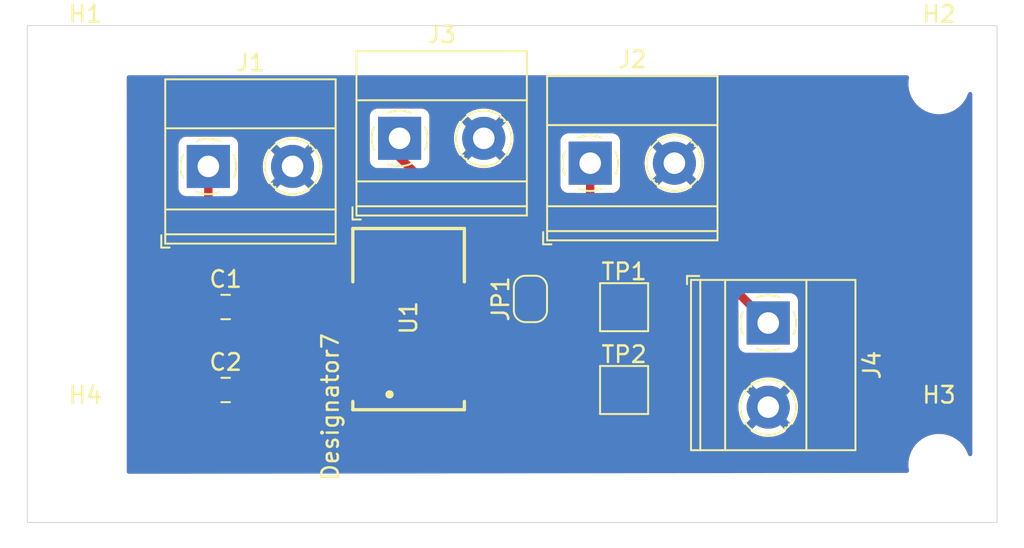
<source format=kicad_pcb>
(kicad_pcb (version 20240108) (generator "pcbnew") (generator_version "8.0")
  (layers (0 "F.Cu" signal) (31 "B.Cu" signal) (34 "B.Paste" user) (35 "F.Paste" user) (36 "B.SilkS" user "B.Silkscreen") (37 "F.SilkS" user "F.Silkscreen") (38 "B.Mask" user) (39 "F.Mask" user) (44 "Edge.Cuts" user))
  (net 0 "")
  (net 1 "+5V")
  (net 2 "GND")
  (net 3 "Net-(JP1-A)")
  (net 4 "+3V3")
  (footprint "TestPoint:TestPoint_Pad_2.5x2.5mm" (layer "F.Cu") (at 95.5 99.5)
    (property "Reference" "TP2" (at 0 -2.148 0) (layer "F.SilkS"))
    (property "Value" "TestPoint")
    (fp_line (start -1.45 -1.45) (end 1.45 -1.45) (stroke (width 0.12)) (layer "F.SilkS"))
    (fp_line (start -1.45 1.45) (end -1.45 -1.45) (stroke (width 0.12)) (layer "F.SilkS"))
    (fp_line (start 1.45 -1.45) (end 1.45 1.45) (stroke (width 0.12)) (layer "F.SilkS"))
    (fp_line (start 1.45 1.45) (end -1.45 1.45) (stroke (width 0.12)) (layer "F.SilkS"))
    (pad "1" smd rect (at 0 0) (size 2.5 2.5) (layers "F.Cu" "F.Mask") (net 2 "GND"))
  )
  (footprint "Capacitor_SMD:C_0805_2012Metric_Pad1.18x1.45mm_HandSolder" (layer "F.Cu") (at 71.4625 94.49)
    (property "Reference" "C1" (at 0 -1.68 0) (layer "F.SilkS"))
    (property "Value" "100uF")
    (fp_line (start -0.261252 -0.735) (end 0.261252 -0.735) (stroke (width 0.12)) (layer "F.SilkS"))
    (fp_line (start -0.261252 0.735) (end 0.261252 0.735) (stroke (width 0.12)) (layer "F.SilkS"))
    (pad "1" smd roundrect (at -1.0375 0) (size 1.175 1.45) (layers "F.Cu" "F.Paste" "F.Mask") (roundrect_rratio 0.212766) (net 1 "+5V"))
    (pad "2" smd roundrect (at 1.0375 0) (size 1.175 1.45) (layers "F.Cu" "F.Paste" "F.Mask") (roundrect_rratio 0.212766) (net 2 "GND"))
  )
  (footprint "TerminalBlock_Phoenix:TerminalBlock_Phoenix_MKDS-1,5-2-5.08_1x02_P5.08mm_Horizontal" (layer "F.Cu") (at 70.42 86)
    (property "Reference" "J1" (at 2.54 -6.26 0) (layer "F.SilkS"))
    (property "Value" "Input")
    (fp_line (start -2.84 4.16) (end -2.84 4.9) (stroke (width 0.12)) (layer "F.SilkS"))
    (fp_line (start -2.84 4.9) (end -2.34 4.9) (stroke (width 0.12)) (layer "F.SilkS"))
    (fp_line (start -2.6 -5.261) (end -2.6 4.66) (stroke (width 0.12)) (layer "F.SilkS"))
    (fp_line (start -2.6 -5.261) (end 7.68 -5.261) (stroke (width 0.12)) (layer "F.SilkS"))
    (fp_line (start -2.6 -2.301) (end 7.68 -2.301) (stroke (width 0.12)) (layer "F.SilkS"))
    (fp_line (start -2.6 2.6) (end 7.68 2.6) (stroke (width 0.12)) (layer "F.SilkS"))
    (fp_line (start -2.6 4.1) (end 7.68 4.1) (stroke (width 0.12)) (layer "F.SilkS"))
    (fp_line (start -2.6 4.66) (end 7.68 4.66) (stroke (width 0.12)) (layer "F.SilkS"))
    (fp_line (start 3.853 1.023) (end 3.806 1.069) (stroke (width 0.12)) (layer "F.SilkS"))
    (fp_line (start 4.046 1.239) (end 4.011 1.274) (stroke (width 0.12)) (layer "F.SilkS"))
    (fp_line (start 6.15 -1.275) (end 6.115 -1.239) (stroke (width 0.12)) (layer "F.SilkS"))
    (fp_line (start 6.355 -1.069) (end 6.308 -1.023) (stroke (width 0.12)) (layer "F.SilkS"))
    (fp_line (start 7.68 -5.261) (end 7.68 4.66) (stroke (width 0.12)) (layer "F.SilkS"))
    (fp_arc (start -1.535427 0.683042) (mid -1.680501 -0.000524) (end -1.535 -0.684) (stroke (width 0.12)) (layer "F.SilkS"))
    (fp_arc (start -0.683042 -1.535427) (mid 0.000524 -1.680501) (end 0.684 -1.535) (stroke (width 0.12)) (layer "F.SilkS"))
    (fp_arc (start 0.028805 1.680253) (mid -0.335551 1.646659) (end -0.684 1.535) (stroke (width 0.12)) (layer "F.SilkS"))
    (fp_arc (start 0.683318 1.534756) (mid 0.349292 1.643288) (end 0 1.68) (stroke (width 0.12)) (layer "F.SilkS"))
    (fp_arc (start 1.535427 -0.683042) (mid 1.680501 0.000524) (end 1.535 0.684) (stroke (width 0.12)) (layer "F.SilkS"))
    (fp_circle (center 5.08 0) (end 6.76 0) (stroke (width 0.12)) (fill none) (layer "F.SilkS"))
    (pad "1" thru_hole rect (at 0 0) (size 2.6 2.6) (drill 1.3) (layers "*.Cu" "*.Mask") (net 1 "+5V"))
    (pad "2" thru_hole circle (at 5.08 0) (size 2.6 2.6) (drill 1.3) (layers "*.Cu" "*.Mask") (net 2 "GND"))
  )
  (footprint "MountingHole:MountingHole_3.2mm_M3" (layer "F.Cu") (at 63 104)
    (property "Reference" "H4" (at 0 -4.2 0) (layer "F.SilkS"))
    (property "Value" "MountingHole")
    (pad "" np_thru_hole circle (at 0 0) (size 3.2 3.2) (drill 3.2) (layers "*.Cu" "*.Mask"))
  )
  (footprint "MountingHole:MountingHole_3.2mm_M3" (layer "F.Cu") (at 114.5 81)
    (property "Reference" "H2" (at 0 -4.2 0) (layer "F.SilkS"))
    (property "Value" "MountingHole")
    (pad "" np_thru_hole circle (at 0 0) (size 3.2 3.2) (drill 3.2) (layers "*.Cu" "*.Mask"))
  )
  (footprint "TerminalBlock_Phoenix:TerminalBlock_Phoenix_MKDS-1,5-2-5.08_1x02_P5.08mm_Horizontal" (layer "F.Cu") (at 81.955 84.305)
    (property "Reference" "J3" (at 2.54 -6.26 0) (layer "F.SilkS"))
    (property "Value" "UWB_POWER")
    (fp_line (start -2.84 4.16) (end -2.84 4.9) (stroke (width 0.12)) (layer "F.SilkS"))
    (fp_line (start -2.84 4.9) (end -2.34 4.9) (stroke (width 0.12)) (layer "F.SilkS"))
    (fp_line (start -2.6 -5.261) (end -2.6 4.66) (stroke (width 0.12)) (layer "F.SilkS"))
    (fp_line (start -2.6 -5.261) (end 7.68 -5.261) (stroke (width 0.12)) (layer "F.SilkS"))
    (fp_line (start -2.6 -2.301) (end 7.68 -2.301) (stroke (width 0.12)) (layer "F.SilkS"))
    (fp_line (start -2.6 2.6) (end 7.68 2.6) (stroke (width 0.12)) (layer "F.SilkS"))
    (fp_line (start -2.6 4.1) (end 7.68 4.1) (stroke (width 0.12)) (layer "F.SilkS"))
    (fp_line (start -2.6 4.66) (end 7.68 4.66) (stroke (width 0.12)) (layer "F.SilkS"))
    (fp_line (start 3.853 1.023) (end 3.806 1.069) (stroke (width 0.12)) (layer "F.SilkS"))
    (fp_line (start 4.046 1.239) (end 4.011 1.274) (stroke (width 0.12)) (layer "F.SilkS"))
    (fp_line (start 6.15 -1.275) (end 6.115 -1.239) (stroke (width 0.12)) (layer "F.SilkS"))
    (fp_line (start 6.355 -1.069) (end 6.308 -1.023) (stroke (width 0.12)) (layer "F.SilkS"))
    (fp_line (start 7.68 -5.261) (end 7.68 4.66) (stroke (width 0.12)) (layer "F.SilkS"))
    (fp_arc (start -1.535427 0.683042) (mid -1.680501 -0.000524) (end -1.535 -0.684) (stroke (width 0.12)) (layer "F.SilkS"))
    (fp_arc (start -0.683042 -1.535427) (mid 0.000524 -1.680501) (end 0.684 -1.535) (stroke (width 0.12)) (layer "F.SilkS"))
    (fp_arc (start 0.028805 1.680253) (mid -0.335551 1.646659) (end -0.684 1.535) (stroke (width 0.12)) (layer "F.SilkS"))
    (fp_arc (start 0.683318 1.534756) (mid 0.349292 1.643288) (end 0 1.68) (stroke (width 0.12)) (layer "F.SilkS"))
    (fp_arc (start 1.535427 -0.683042) (mid 1.680501 0.000524) (end 1.535 0.684) (stroke (width 0.12)) (layer "F.SilkS"))
    (fp_circle (center 5.08 0) (end 6.76 0) (stroke (width 0.12)) (fill none) (layer "F.SilkS"))
    (pad "1" thru_hole rect (at 0 0) (size 2.6 2.6) (drill 1.3) (layers "*.Cu" "*.Mask") (net 4 "+3V3"))
    (pad "2" thru_hole circle (at 5.08 0) (size 2.6 2.6) (drill 1.3) (layers "*.Cu" "*.Mask") (net 2 "GND"))
  )
  (footprint "Jumper:SolderJumper-2_P1.3mm_Open_RoundedPad1.0x1.5mm" (layer "F.Cu") (at 89.85 94 90)
    (property "Reference" "JP1" (at 0 -1.8 90) (layer "F.SilkS"))
    (property "Value" "SolderJumper_2_Open")
    (fp_line (start -0.7 -1) (end 0.7 -1) (stroke (width 0.12)) (layer "F.SilkS"))
    (fp_line (start 1.4 -0.3) (end 1.4 0.3) (stroke (width 0.12)) (layer "F.SilkS"))
    (fp_line (start -1.4 0.3) (end -1.4 -0.3) (stroke (width 0.12)) (layer "F.SilkS"))
    (fp_line (start 0.7 1) (end -0.7 1) (stroke (width 0.12)) (layer "F.SilkS"))
    (fp_arc (start 0.7 -1) (mid 1.194975 -0.794975) (end 1.4 -0.3) (stroke (width 0.12)) (layer "F.SilkS"))
    (fp_arc (start -1.4 -0.3) (mid -1.194975 -0.794975) (end -0.7 -1) (stroke (width 0.12)) (layer "F.SilkS"))
    (fp_arc (start 1.4 0.3) (mid 1.194975 0.794975) (end 0.7 1) (stroke (width 0.12)) (layer "F.SilkS"))
    (fp_arc (start -0.7 1) (mid -1.194975 0.794975) (end -1.4 0.3) (stroke (width 0.12)) (layer "F.SilkS"))
    (pad "1" smd custom (at -0.65 0 90) (size 1 0.5) (layers "F.Cu" "F.Mask") (net 3 "Net-(JP1-A)") (options (clearance outline) (anchor rect)) (primitives (gr_circle (center 0 0.25) (end 0.5 0.25) (width 0) (fill yes)) (gr_circle (center 0 -0.25) (end 0.5 -0.25) (width 0) (fill yes)) (gr_poly (pts (xy 0.5 0.75) (xy 0 0.75) (xy 0 -0.75) (xy 0.5 -0.75)) (width 0) (fill yes))))
    (pad "2" smd custom (at 0.65 0 90) (size 1 0.5) (layers "F.Cu" "F.Mask") (net 4 "+3V3") (options (clearance outline) (anchor rect)) (primitives (gr_circle (center 0 0.25) (end 0.5 0.25) (width 0) (fill yes)) (gr_circle (center 0 -0.25) (end 0.5 -0.25) (width 0) (fill yes)) (gr_poly (pts (xy 0 0.75) (xy -0.5 0.75) (xy -0.5 -0.75) (xy 0 -0.75)) (width 0) (fill yes))))
  )
  (footprint "Capacitor_SMD:C_0805_2012Metric_Pad1.18x1.45mm_HandSolder" (layer "F.Cu") (at 71.4625 99.5)
    (property "Reference" "C2" (at 0 -1.68 0) (layer "F.SilkS"))
    (property "Value" "10uF")
    (fp_line (start -0.261252 -0.735) (end 0.261252 -0.735) (stroke (width 0.12)) (layer "F.SilkS"))
    (fp_line (start -0.261252 0.735) (end 0.261252 0.735) (stroke (width 0.12)) (layer "F.SilkS"))
    (pad "1" smd roundrect (at -1.0375 0) (size 1.175 1.45) (layers "F.Cu" "F.Paste" "F.Mask") (roundrect_rratio 0.212766) (net 3 "Net-(JP1-A)"))
    (pad "2" smd roundrect (at 1.0375 0) (size 1.175 1.45) (layers "F.Cu" "F.Paste" "F.Mask") (roundrect_rratio 0.212766) (net 2 "GND"))
  )
  (footprint "MountingHole:MountingHole_3.2mm_M3" (layer "F.Cu") (at 114.5 104)
    (property "Reference" "H3" (at 0 -4.2 0) (layer "F.SilkS"))
    (property "Value" "MountingHole")
    (pad "" np_thru_hole circle (at 0 0) (size 3.2 3.2) (drill 3.2) (layers "*.Cu" "*.Mask"))
  )
  (footprint "MountingHole:MountingHole_3.2mm_M3" (layer "F.Cu") (at 63 81)
    (property "Reference" "H1" (at 0 -4.2 0) (layer "F.SilkS"))
    (property "Value" "MountingHole")
    (pad "" np_thru_hole circle (at 0 0) (size 3.2 3.2) (drill 3.2) (layers "*.Cu" "*.Mask"))
  )
  (footprint "TerminalBlock_Phoenix:TerminalBlock_Phoenix_MKDS-1,5-2-5.08_1x02_P5.08mm_Horizontal" (layer "F.Cu") (at 104.195 95.455 -90)
    (property "Reference" "J4" (at 2.54 -6.26 90) (layer "F.SilkS"))
    (property "Value" "BACK_TO_BUCK")
    (fp_line (start -2.84 4.9) (end -2.34 4.9) (stroke (width 0.12)) (layer "F.SilkS"))
    (fp_line (start -2.6 4.66) (end 7.68 4.66) (stroke (width 0.12)) (layer "F.SilkS"))
    (fp_line (start -2.84 4.16) (end -2.84 4.9) (stroke (width 0.12)) (layer "F.SilkS"))
    (fp_line (start -2.6 4.1) (end 7.68 4.1) (stroke (width 0.12)) (layer "F.SilkS"))
    (fp_line (start -2.6 2.6) (end 7.68 2.6) (stroke (width 0.12)) (layer "F.SilkS"))
    (fp_line (start 4.046 1.239) (end 4.011 1.274) (stroke (width 0.12)) (layer "F.SilkS"))
    (fp_line (start 3.853 1.023) (end 3.806 1.069) (stroke (width 0.12)) (layer "F.SilkS"))
    (fp_line (start 6.355 -1.069) (end 6.308 -1.023) (stroke (width 0.12)) (layer "F.SilkS"))
    (fp_line (start 6.15 -1.275) (end 6.115 -1.239) (stroke (width 0.12)) (layer "F.SilkS"))
    (fp_line (start -2.6 -2.301) (end 7.68 -2.301) (stroke (width 0.12)) (layer "F.SilkS"))
    (fp_line (start -2.6 -5.261) (end -2.6 4.66) (stroke (width 0.12)) (layer "F.SilkS"))
    (fp_line (start -2.6 -5.261) (end 7.68 -5.261) (stroke (width 0.12)) (layer "F.SilkS"))
    (fp_line (start 7.68 -5.261) (end 7.68 4.66) (stroke (width 0.12)) (layer "F.SilkS"))
    (fp_arc (start 0.028805 1.680253) (mid -0.335551 1.646659) (end -0.684 1.535) (stroke (width 0.12)) (layer "F.SilkS"))
    (fp_arc (start 0.683318 1.534756) (mid 0.349292 1.643288) (end 0 1.68) (stroke (width 0.12)) (layer "F.SilkS"))
    (fp_arc (start -1.535427 0.683042) (mid -1.680501 -0.000524) (end -1.535 -0.684) (stroke (width 0.12)) (layer "F.SilkS"))
    (fp_arc (start 1.535427 -0.683042) (mid 1.680501 0.000524) (end 1.535 0.684) (stroke (width 0.12)) (layer "F.SilkS"))
    (fp_arc (start -0.683042 -1.535427) (mid 0.000524 -1.680501) (end 0.684 -1.535) (stroke (width 0.12)) (layer "F.SilkS"))
    (fp_circle (center 5.08 0) (end 6.76 0) (stroke (width 0.12)) (fill none) (layer "F.SilkS"))
    (pad "1" thru_hole rect (at 0 0 270) (size 2.6 2.6) (drill 1.3) (layers "*.Cu" "*.Mask") (net 4 "+3V3"))
    (pad "2" thru_hole circle (at 5.08 0 270) (size 2.6 2.6) (drill 1.3) (layers "*.Cu" "*.Mask") (net 2 "GND"))
  )
  (footprint "TerminalBlock_Phoenix:TerminalBlock_Phoenix_MKDS-1,5-2-5.08_1x02_P5.08mm_Horizontal" (layer "F.Cu") (at 93.455 85.805)
    (property "Reference" "J2" (at 2.54 -6.26 0) (layer "F.SilkS"))
    (property "Value" "MAIN_BOARD")
    (fp_line (start -2.84 4.16) (end -2.84 4.9) (stroke (width 0.12)) (layer "F.SilkS"))
    (fp_line (start -2.84 4.9) (end -2.34 4.9) (stroke (width 0.12)) (layer "F.SilkS"))
    (fp_line (start -2.6 -5.261) (end -2.6 4.66) (stroke (width 0.12)) (layer "F.SilkS"))
    (fp_line (start -2.6 -5.261) (end 7.68 -5.261) (stroke (width 0.12)) (layer "F.SilkS"))
    (fp_line (start -2.6 -2.301) (end 7.68 -2.301) (stroke (width 0.12)) (layer "F.SilkS"))
    (fp_line (start -2.6 2.6) (end 7.68 2.6) (stroke (width 0.12)) (layer "F.SilkS"))
    (fp_line (start -2.6 4.1) (end 7.68 4.1) (stroke (width 0.12)) (layer "F.SilkS"))
    (fp_line (start -2.6 4.66) (end 7.68 4.66) (stroke (width 0.12)) (layer "F.SilkS"))
    (fp_line (start 3.853 1.023) (end 3.806 1.069) (stroke (width 0.12)) (layer "F.SilkS"))
    (fp_line (start 4.046 1.239) (end 4.011 1.274) (stroke (width 0.12)) (layer "F.SilkS"))
    (fp_line (start 6.15 -1.275) (end 6.115 -1.239) (stroke (width 0.12)) (layer "F.SilkS"))
    (fp_line (start 6.355 -1.069) (end 6.308 -1.023) (stroke (width 0.12)) (layer "F.SilkS"))
    (fp_line (start 7.68 -5.261) (end 7.68 4.66) (stroke (width 0.12)) (layer "F.SilkS"))
    (fp_arc (start -1.535427 0.683042) (mid -1.680501 -0.000524) (end -1.535 -0.684) (stroke (width 0.12)) (layer "F.SilkS"))
    (fp_arc (start -0.683042 -1.535427) (mid 0.000524 -1.680501) (end 0.684 -1.535) (stroke (width 0.12)) (layer "F.SilkS"))
    (fp_arc (start 0.028805 1.680253) (mid -0.335551 1.646659) (end -0.684 1.535) (stroke (width 0.12)) (layer "F.SilkS"))
    (fp_arc (start 0.683318 1.534756) (mid 0.349292 1.643288) (end 0 1.68) (stroke (width 0.12)) (layer "F.SilkS"))
    (fp_arc (start 1.535427 -0.683042) (mid 1.680501 0.000524) (end 1.535 0.684) (stroke (width 0.12)) (layer "F.SilkS"))
    (fp_circle (center 5.08 0) (end 6.76 0) (stroke (width 0.12)) (fill none) (layer "F.SilkS"))
    (pad "1" thru_hole rect (at 0 0) (size 2.6 2.6) (drill 1.3) (layers "*.Cu" "*.Mask") (net 4 "+3V3"))
    (pad "2" thru_hole circle (at 5.08 0) (size 2.6 2.6) (drill 1.3) (layers "*.Cu" "*.Mask") (net 2 "GND"))
  )
  (footprint "TestPoint:TestPoint_Pad_2.5x2.5mm" (layer "F.Cu") (at 95.5 94.5)
    (property "Reference" "TP1" (at 0 -2.148 0) (layer "F.SilkS"))
    (property "Value" "TestPoint")
    (fp_line (start -1.45 -1.45) (end 1.45 -1.45) (stroke (width 0.12)) (layer "F.SilkS"))
    (fp_line (start -1.45 1.45) (end -1.45 -1.45) (stroke (width 0.12)) (layer "F.SilkS"))
    (fp_line (start 1.45 -1.45) (end 1.45 1.45) (stroke (width 0.12)) (layer "F.SilkS"))
    (fp_line (start 1.45 1.45) (end -1.45 1.45) (stroke (width 0.12)) (layer "F.SilkS"))
    (pad "1" smd rect (at 0 0) (size 2.5 2.5) (layers "F.Cu" "F.Mask") (net 3 "Net-(JP1-A)"))
  )
  (footprint "LM1117:NDP0003B" (layer "F.Cu") (at 82.5 95.140001 90)
    (property "Reference" "U1" (at 0 0 90) (layer "F.SilkS"))
    (property "Value" "LM1117DTX-3.3/NOPB")
    (fp_line (start 2.170001 -3.365) (end 5.390004 -3.365) (stroke (width 0.2)) (layer "F.SilkS"))
    (fp_line (start -5.550004 -3.365) (end -5.050003 -3.365) (stroke (width 0.2)) (layer "F.SilkS"))
    (fp_line (start 5.390004 3.365) (end 5.390004 -3.365) (stroke (width 0.2)) (layer "F.SilkS"))
    (fp_line (start 2.170001 3.365) (end 5.390004 3.365) (stroke (width 0.2)) (layer "F.SilkS"))
    (fp_line (start -5.550004 3.365) (end -5.550004 -3.365) (stroke (width 0.2)) (layer "F.SilkS"))
    (fp_line (start -5.550004 3.365) (end -5.050003 3.365) (stroke (width 0.2)) (layer "F.SilkS"))
    (fp_circle (center -4.625 -1.15) (end -4.499999 -1.15) (stroke (width 0.25)) (fill none) (layer "F.SilkS"))
    (fp_text user "Designator7" (at -5.3848 -4.7244 90) (layer "F.SilkS"))
    (pad "1" smd rect (at -4.299999 -2.284999 180) (size 1.3 1.699999) (layers "F.Cu" "F.Paste" "F.Mask") (net 2 "GND"))
    (pad "3" smd rect (at -4.299999 2.284999 180) (size 1.3 1.699999) (layers "F.Cu" "F.Paste" "F.Mask") (net 1 "+5V"))
    (pad "4" smd rect (at 2.140001 0 180) (size 5.499999 5.699998) (layers "F.Cu" "F.Paste" "F.Mask") (net 3 "Net-(JP1-A)"))
  )
  (gr_rect (start 59.5 77.5) (end 118 107.5) (stroke (width 0.05)) (fill none) (layer "Edge.Cuts"))
  (segment (start 68 95) (end 68.51 94.49) (width 0.508) (layer "F.Cu") (net 1))
  (segment (start 70.42 94.485) (end 70.425 94.49) (width 0.2) (layer "F.Cu") (net 1))
  (segment (start 68.51 94.49) (end 70.425 94.49) (width 0.508) (layer "F.Cu") (net 1))
  (segment (start 68 101.5) (end 68 95) (width 0.508) (layer "F.Cu") (net 1))
  (segment (start 84.784999 101.715001) (end 84 102.5) (width 0.508) (layer "F.Cu") (net 1))
  (segment (start 84 102.5) (end 69 102.5) (width 0.508) (layer "F.Cu") (net 1))
  (segment (start 69 102.5) (end 68 101.5) (width 0.508) (layer "F.Cu") (net 1))
  (segment (start 84.784999 99.44) (end 84.784999 101.715001) (width 0.508) (layer "F.Cu") (net 1))
  (segment (start 70.42 86) (end 70.42 94.485) (width 0.508) (layer "F.Cu") (net 1))
  (segment (start 95.5 94.5) (end 90 94.5) (width 0.508) (layer "F.Cu") (net 3))
  (segment (start 82.5 93) (end 79.985 95.515) (width 0.2) (layer "F.Cu") (net 3))
  (segment (start 79.985 95.515) (end 74.41 95.515) (width 0.508) (layer "F.Cu") (net 3))
  (segment (start 74.41 95.515) (end 70.425 99.5) (width 0.508) (layer "F.Cu") (net 3))
  (segment (start 89.85 94.65) (end 84.15 94.65) (width 0.508) (layer "F.Cu") (net 3))
  (segment (start 90 94.5) (end 89.85 94.65) (width 0.2) (layer "F.Cu") (net 3))
  (segment (start 84.15 94.65) (end 82.5 93) (width 0.2) (layer "F.Cu") (net 3))
  (segment (start 93.455 85.805) (end 93.455 89.745) (width 0.508) (layer "F.Cu") (net 4))
  (segment (start 93.455 89.745) (end 89.85 93.35) (width 0.508) (layer "F.Cu") (net 4))
  (segment (start 81.955 84.305) (end 81.955 85.455) (width 0.508) (layer "F.Cu") (net 4))
  (segment (start 104.195 95.455) (end 98.485 89.745) (width 0.508) (layer "F.Cu") (net 4))
  (segment (start 98.485 89.745) (end 93.455 89.745) (width 0.508) (layer "F.Cu") (net 4))
  (segment (start 89.92 93.28) (end 89.85 93.35) (width 0.2) (layer "F.Cu") (net 4))
  (segment (start 81.955 85.455) (end 89.85 93.35) (width 0.508) (layer "F.Cu") (net 4))
  (zone (net 2) (net_name "GND") (layer "F.Cu") (connect_pads (clearance 0.5)) (min_thickness 0.25) (fill yes (thermal_gap 0.5) (thermal_bridge_width 0.5))
    (polygon (pts (xy 65.5 80.5) (xy 116.5 80.5) (xy 116.5 104.5) (xy 65.563571 104.436429)))
  )
  (zone (net 2) (net_name "GND") (layer "B.Cu") (priority 1) (connect_pads (clearance 0.5)) (min_thickness 0.25) (fill yes (thermal_gap 0.5) (thermal_bridge_width 0.5))
    (polygon (pts (xy 65.5 80.5) (xy 116.5 80.5) (xy 116.5 104.5) (xy 65.5 104.559215)))
  )
)
</source>
